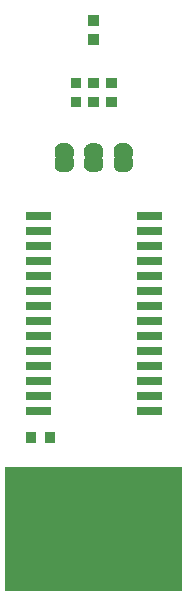
<source format=gbs>
G04 #@! TF.GenerationSoftware,KiCad,Pcbnew,(5.0.2)-1*
G04 #@! TF.CreationDate,2020-04-04T16:59:22+09:00*
G04 #@! TF.ProjectId,Tree,54726565-2e6b-4696-9361-645f70636258,rev?*
G04 #@! TF.SameCoordinates,Original*
G04 #@! TF.FileFunction,Soldermask,Bot*
G04 #@! TF.FilePolarity,Negative*
%FSLAX46Y46*%
G04 Gerber Fmt 4.6, Leading zero omitted, Abs format (unit mm)*
G04 Created by KiCad (PCBNEW (5.0.2)-1) date 2020/04/04 16:59:22*
%MOMM*%
%LPD*%
G01*
G04 APERTURE LIST*
%ADD10C,0.100000*%
G04 APERTURE END LIST*
D10*
G36*
X137500000Y-155000000D02*
X122500000Y-155000000D01*
X122500000Y-144500000D01*
X137500000Y-144500000D01*
X137500000Y-155000000D01*
X137500000Y-155000000D01*
G37*
G36*
X126751000Y-142451000D02*
X125849000Y-142451000D01*
X125849000Y-141549000D01*
X126751000Y-141549000D01*
X126751000Y-142451000D01*
X126751000Y-142451000D01*
G37*
G36*
X125151000Y-142451000D02*
X124249000Y-142451000D01*
X124249000Y-141549000D01*
X125151000Y-141549000D01*
X125151000Y-142451000D01*
X125151000Y-142451000D01*
G37*
G36*
X135751000Y-140106000D02*
X133649000Y-140106000D01*
X133649000Y-139404000D01*
X135751000Y-139404000D01*
X135751000Y-140106000D01*
X135751000Y-140106000D01*
G37*
G36*
X126351000Y-140106000D02*
X124249000Y-140106000D01*
X124249000Y-139404000D01*
X126351000Y-139404000D01*
X126351000Y-140106000D01*
X126351000Y-140106000D01*
G37*
G36*
X135751000Y-138836000D02*
X133649000Y-138836000D01*
X133649000Y-138134000D01*
X135751000Y-138134000D01*
X135751000Y-138836000D01*
X135751000Y-138836000D01*
G37*
G36*
X126351000Y-138836000D02*
X124249000Y-138836000D01*
X124249000Y-138134000D01*
X126351000Y-138134000D01*
X126351000Y-138836000D01*
X126351000Y-138836000D01*
G37*
G36*
X126351000Y-137566000D02*
X124249000Y-137566000D01*
X124249000Y-136864000D01*
X126351000Y-136864000D01*
X126351000Y-137566000D01*
X126351000Y-137566000D01*
G37*
G36*
X135751000Y-137566000D02*
X133649000Y-137566000D01*
X133649000Y-136864000D01*
X135751000Y-136864000D01*
X135751000Y-137566000D01*
X135751000Y-137566000D01*
G37*
G36*
X135751000Y-136296000D02*
X133649000Y-136296000D01*
X133649000Y-135594000D01*
X135751000Y-135594000D01*
X135751000Y-136296000D01*
X135751000Y-136296000D01*
G37*
G36*
X126351000Y-136296000D02*
X124249000Y-136296000D01*
X124249000Y-135594000D01*
X126351000Y-135594000D01*
X126351000Y-136296000D01*
X126351000Y-136296000D01*
G37*
G36*
X126351000Y-135026000D02*
X124249000Y-135026000D01*
X124249000Y-134324000D01*
X126351000Y-134324000D01*
X126351000Y-135026000D01*
X126351000Y-135026000D01*
G37*
G36*
X135751000Y-135026000D02*
X133649000Y-135026000D01*
X133649000Y-134324000D01*
X135751000Y-134324000D01*
X135751000Y-135026000D01*
X135751000Y-135026000D01*
G37*
G36*
X126351000Y-133756000D02*
X124249000Y-133756000D01*
X124249000Y-133054000D01*
X126351000Y-133054000D01*
X126351000Y-133756000D01*
X126351000Y-133756000D01*
G37*
G36*
X135751000Y-133756000D02*
X133649000Y-133756000D01*
X133649000Y-133054000D01*
X135751000Y-133054000D01*
X135751000Y-133756000D01*
X135751000Y-133756000D01*
G37*
G36*
X135751000Y-132486000D02*
X133649000Y-132486000D01*
X133649000Y-131784000D01*
X135751000Y-131784000D01*
X135751000Y-132486000D01*
X135751000Y-132486000D01*
G37*
G36*
X126351000Y-132486000D02*
X124249000Y-132486000D01*
X124249000Y-131784000D01*
X126351000Y-131784000D01*
X126351000Y-132486000D01*
X126351000Y-132486000D01*
G37*
G36*
X135751000Y-131216000D02*
X133649000Y-131216000D01*
X133649000Y-130514000D01*
X135751000Y-130514000D01*
X135751000Y-131216000D01*
X135751000Y-131216000D01*
G37*
G36*
X126351000Y-131216000D02*
X124249000Y-131216000D01*
X124249000Y-130514000D01*
X126351000Y-130514000D01*
X126351000Y-131216000D01*
X126351000Y-131216000D01*
G37*
G36*
X135751000Y-129946000D02*
X133649000Y-129946000D01*
X133649000Y-129244000D01*
X135751000Y-129244000D01*
X135751000Y-129946000D01*
X135751000Y-129946000D01*
G37*
G36*
X126351000Y-129946000D02*
X124249000Y-129946000D01*
X124249000Y-129244000D01*
X126351000Y-129244000D01*
X126351000Y-129946000D01*
X126351000Y-129946000D01*
G37*
G36*
X135751000Y-128676000D02*
X133649000Y-128676000D01*
X133649000Y-127974000D01*
X135751000Y-127974000D01*
X135751000Y-128676000D01*
X135751000Y-128676000D01*
G37*
G36*
X126351000Y-128676000D02*
X124249000Y-128676000D01*
X124249000Y-127974000D01*
X126351000Y-127974000D01*
X126351000Y-128676000D01*
X126351000Y-128676000D01*
G37*
G36*
X135751000Y-127406000D02*
X133649000Y-127406000D01*
X133649000Y-126704000D01*
X135751000Y-126704000D01*
X135751000Y-127406000D01*
X135751000Y-127406000D01*
G37*
G36*
X126351000Y-127406000D02*
X124249000Y-127406000D01*
X124249000Y-126704000D01*
X126351000Y-126704000D01*
X126351000Y-127406000D01*
X126351000Y-127406000D01*
G37*
G36*
X135751000Y-126136000D02*
X133649000Y-126136000D01*
X133649000Y-125434000D01*
X135751000Y-125434000D01*
X135751000Y-126136000D01*
X135751000Y-126136000D01*
G37*
G36*
X126351000Y-126136000D02*
X124249000Y-126136000D01*
X124249000Y-125434000D01*
X126351000Y-125434000D01*
X126351000Y-126136000D01*
X126351000Y-126136000D01*
G37*
G36*
X126351000Y-124866000D02*
X124249000Y-124866000D01*
X124249000Y-124164000D01*
X126351000Y-124164000D01*
X126351000Y-124866000D01*
X126351000Y-124866000D01*
G37*
G36*
X135751000Y-124866000D02*
X133649000Y-124866000D01*
X133649000Y-124164000D01*
X135751000Y-124164000D01*
X135751000Y-124866000D01*
X135751000Y-124866000D01*
G37*
G36*
X126351000Y-123596000D02*
X124249000Y-123596000D01*
X124249000Y-122894000D01*
X126351000Y-122894000D01*
X126351000Y-123596000D01*
X126351000Y-123596000D01*
G37*
G36*
X135751000Y-123596000D02*
X133649000Y-123596000D01*
X133649000Y-122894000D01*
X135751000Y-122894000D01*
X135751000Y-123596000D01*
X135751000Y-123596000D01*
G37*
G36*
X132762198Y-117099954D02*
X132774450Y-117100556D01*
X132792869Y-117100556D01*
X132815149Y-117102750D01*
X132899236Y-117119476D01*
X132920655Y-117125974D01*
X132999871Y-117158785D01*
X133019607Y-117169335D01*
X133090897Y-117216969D01*
X133108208Y-117231176D01*
X133168824Y-117291792D01*
X133183031Y-117309103D01*
X133230665Y-117380393D01*
X133241215Y-117400129D01*
X133274026Y-117479345D01*
X133280524Y-117500764D01*
X133297250Y-117584851D01*
X133299444Y-117607131D01*
X133299444Y-117625550D01*
X133300046Y-117637802D01*
X133301852Y-117656140D01*
X133301852Y-118143860D01*
X133300263Y-118159999D01*
X133297347Y-118169611D01*
X133292612Y-118178469D01*
X133286237Y-118186237D01*
X133273798Y-118196446D01*
X133263432Y-118203372D01*
X133246105Y-118220698D01*
X133232490Y-118241073D01*
X133223112Y-118263711D01*
X133218331Y-118287745D01*
X133218331Y-118312249D01*
X133223111Y-118336283D01*
X133232487Y-118358922D01*
X133246101Y-118379297D01*
X133263427Y-118396624D01*
X133273796Y-118403552D01*
X133286237Y-118413763D01*
X133292612Y-118421531D01*
X133297347Y-118430389D01*
X133300263Y-118440001D01*
X133301852Y-118456140D01*
X133301852Y-118943861D01*
X133300046Y-118962198D01*
X133299444Y-118974450D01*
X133299444Y-118992869D01*
X133297250Y-119015149D01*
X133280524Y-119099236D01*
X133274026Y-119120655D01*
X133241215Y-119199871D01*
X133230665Y-119219607D01*
X133183031Y-119290897D01*
X133168824Y-119308208D01*
X133108208Y-119368824D01*
X133090897Y-119383031D01*
X133019607Y-119430665D01*
X132999871Y-119441215D01*
X132920655Y-119474026D01*
X132899236Y-119480524D01*
X132815149Y-119497250D01*
X132792869Y-119499444D01*
X132774450Y-119499444D01*
X132762198Y-119500046D01*
X132743861Y-119501852D01*
X132256139Y-119501852D01*
X132237802Y-119500046D01*
X132225550Y-119499444D01*
X132207131Y-119499444D01*
X132184851Y-119497250D01*
X132100764Y-119480524D01*
X132079345Y-119474026D01*
X132000129Y-119441215D01*
X131980393Y-119430665D01*
X131909103Y-119383031D01*
X131891792Y-119368824D01*
X131831176Y-119308208D01*
X131816969Y-119290897D01*
X131769335Y-119219607D01*
X131758785Y-119199871D01*
X131725974Y-119120655D01*
X131719476Y-119099236D01*
X131702750Y-119015149D01*
X131700556Y-118992869D01*
X131700556Y-118974450D01*
X131699954Y-118962198D01*
X131698148Y-118943861D01*
X131698148Y-118456140D01*
X131699737Y-118440001D01*
X131702653Y-118430389D01*
X131707388Y-118421531D01*
X131713763Y-118413763D01*
X131726202Y-118403554D01*
X131736568Y-118396628D01*
X131753895Y-118379302D01*
X131767510Y-118358927D01*
X131776888Y-118336289D01*
X131781669Y-118312255D01*
X131781669Y-118287751D01*
X131776889Y-118263717D01*
X131767513Y-118241078D01*
X131753899Y-118220703D01*
X131736573Y-118203376D01*
X131726204Y-118196448D01*
X131713763Y-118186237D01*
X131707388Y-118178469D01*
X131702653Y-118169611D01*
X131699737Y-118159999D01*
X131698148Y-118143860D01*
X131698148Y-117656140D01*
X131699954Y-117637802D01*
X131700556Y-117625550D01*
X131700556Y-117607131D01*
X131702750Y-117584851D01*
X131719476Y-117500764D01*
X131725974Y-117479345D01*
X131758785Y-117400129D01*
X131769335Y-117380393D01*
X131816969Y-117309103D01*
X131831176Y-117291792D01*
X131891792Y-117231176D01*
X131909103Y-117216969D01*
X131980393Y-117169335D01*
X132000129Y-117158785D01*
X132079345Y-117125974D01*
X132100764Y-117119476D01*
X132184851Y-117102750D01*
X132207131Y-117100556D01*
X132225550Y-117100556D01*
X132237802Y-117099954D01*
X132256140Y-117098148D01*
X132743860Y-117098148D01*
X132762198Y-117099954D01*
X132762198Y-117099954D01*
G37*
G36*
X127762198Y-117099954D02*
X127774450Y-117100556D01*
X127792869Y-117100556D01*
X127815149Y-117102750D01*
X127899236Y-117119476D01*
X127920655Y-117125974D01*
X127999871Y-117158785D01*
X128019607Y-117169335D01*
X128090897Y-117216969D01*
X128108208Y-117231176D01*
X128168824Y-117291792D01*
X128183031Y-117309103D01*
X128230665Y-117380393D01*
X128241215Y-117400129D01*
X128274026Y-117479345D01*
X128280524Y-117500764D01*
X128297250Y-117584851D01*
X128299444Y-117607131D01*
X128299444Y-117625550D01*
X128300046Y-117637802D01*
X128301852Y-117656140D01*
X128301852Y-118143860D01*
X128300263Y-118159999D01*
X128297347Y-118169611D01*
X128292612Y-118178469D01*
X128286237Y-118186237D01*
X128273798Y-118196446D01*
X128263432Y-118203372D01*
X128246105Y-118220698D01*
X128232490Y-118241073D01*
X128223112Y-118263711D01*
X128218331Y-118287745D01*
X128218331Y-118312249D01*
X128223111Y-118336283D01*
X128232487Y-118358922D01*
X128246101Y-118379297D01*
X128263427Y-118396624D01*
X128273796Y-118403552D01*
X128286237Y-118413763D01*
X128292612Y-118421531D01*
X128297347Y-118430389D01*
X128300263Y-118440001D01*
X128301852Y-118456140D01*
X128301852Y-118943861D01*
X128300046Y-118962198D01*
X128299444Y-118974450D01*
X128299444Y-118992869D01*
X128297250Y-119015149D01*
X128280524Y-119099236D01*
X128274026Y-119120655D01*
X128241215Y-119199871D01*
X128230665Y-119219607D01*
X128183031Y-119290897D01*
X128168824Y-119308208D01*
X128108208Y-119368824D01*
X128090897Y-119383031D01*
X128019607Y-119430665D01*
X127999871Y-119441215D01*
X127920655Y-119474026D01*
X127899236Y-119480524D01*
X127815149Y-119497250D01*
X127792869Y-119499444D01*
X127774450Y-119499444D01*
X127762198Y-119500046D01*
X127743861Y-119501852D01*
X127256139Y-119501852D01*
X127237802Y-119500046D01*
X127225550Y-119499444D01*
X127207131Y-119499444D01*
X127184851Y-119497250D01*
X127100764Y-119480524D01*
X127079345Y-119474026D01*
X127000129Y-119441215D01*
X126980393Y-119430665D01*
X126909103Y-119383031D01*
X126891792Y-119368824D01*
X126831176Y-119308208D01*
X126816969Y-119290897D01*
X126769335Y-119219607D01*
X126758785Y-119199871D01*
X126725974Y-119120655D01*
X126719476Y-119099236D01*
X126702750Y-119015149D01*
X126700556Y-118992869D01*
X126700556Y-118974450D01*
X126699954Y-118962198D01*
X126698148Y-118943861D01*
X126698148Y-118456140D01*
X126699737Y-118440001D01*
X126702653Y-118430389D01*
X126707388Y-118421531D01*
X126713763Y-118413763D01*
X126726202Y-118403554D01*
X126736568Y-118396628D01*
X126753895Y-118379302D01*
X126767510Y-118358927D01*
X126776888Y-118336289D01*
X126781669Y-118312255D01*
X126781669Y-118287751D01*
X126776889Y-118263717D01*
X126767513Y-118241078D01*
X126753899Y-118220703D01*
X126736573Y-118203376D01*
X126726204Y-118196448D01*
X126713763Y-118186237D01*
X126707388Y-118178469D01*
X126702653Y-118169611D01*
X126699737Y-118159999D01*
X126698148Y-118143860D01*
X126698148Y-117656140D01*
X126699954Y-117637802D01*
X126700556Y-117625550D01*
X126700556Y-117607131D01*
X126702750Y-117584851D01*
X126719476Y-117500764D01*
X126725974Y-117479345D01*
X126758785Y-117400129D01*
X126769335Y-117380393D01*
X126816969Y-117309103D01*
X126831176Y-117291792D01*
X126891792Y-117231176D01*
X126909103Y-117216969D01*
X126980393Y-117169335D01*
X127000129Y-117158785D01*
X127079345Y-117125974D01*
X127100764Y-117119476D01*
X127184851Y-117102750D01*
X127207131Y-117100556D01*
X127225550Y-117100556D01*
X127237802Y-117099954D01*
X127256140Y-117098148D01*
X127743860Y-117098148D01*
X127762198Y-117099954D01*
X127762198Y-117099954D01*
G37*
G36*
X130262198Y-117099954D02*
X130274450Y-117100556D01*
X130292869Y-117100556D01*
X130315149Y-117102750D01*
X130399236Y-117119476D01*
X130420655Y-117125974D01*
X130499871Y-117158785D01*
X130519607Y-117169335D01*
X130590897Y-117216969D01*
X130608208Y-117231176D01*
X130668824Y-117291792D01*
X130683031Y-117309103D01*
X130730665Y-117380393D01*
X130741215Y-117400129D01*
X130774026Y-117479345D01*
X130780524Y-117500764D01*
X130797250Y-117584851D01*
X130799444Y-117607131D01*
X130799444Y-117625550D01*
X130800046Y-117637802D01*
X130801852Y-117656140D01*
X130801852Y-118143860D01*
X130800263Y-118159999D01*
X130797347Y-118169611D01*
X130792612Y-118178469D01*
X130786237Y-118186237D01*
X130773798Y-118196446D01*
X130763432Y-118203372D01*
X130746105Y-118220698D01*
X130732490Y-118241073D01*
X130723112Y-118263711D01*
X130718331Y-118287745D01*
X130718331Y-118312249D01*
X130723111Y-118336283D01*
X130732487Y-118358922D01*
X130746101Y-118379297D01*
X130763427Y-118396624D01*
X130773796Y-118403552D01*
X130786237Y-118413763D01*
X130792612Y-118421531D01*
X130797347Y-118430389D01*
X130800263Y-118440001D01*
X130801852Y-118456140D01*
X130801852Y-118943861D01*
X130800046Y-118962198D01*
X130799444Y-118974450D01*
X130799444Y-118992869D01*
X130797250Y-119015149D01*
X130780524Y-119099236D01*
X130774026Y-119120655D01*
X130741215Y-119199871D01*
X130730665Y-119219607D01*
X130683031Y-119290897D01*
X130668824Y-119308208D01*
X130608208Y-119368824D01*
X130590897Y-119383031D01*
X130519607Y-119430665D01*
X130499871Y-119441215D01*
X130420655Y-119474026D01*
X130399236Y-119480524D01*
X130315149Y-119497250D01*
X130292869Y-119499444D01*
X130274450Y-119499444D01*
X130262198Y-119500046D01*
X130243861Y-119501852D01*
X129756139Y-119501852D01*
X129737802Y-119500046D01*
X129725550Y-119499444D01*
X129707131Y-119499444D01*
X129684851Y-119497250D01*
X129600764Y-119480524D01*
X129579345Y-119474026D01*
X129500129Y-119441215D01*
X129480393Y-119430665D01*
X129409103Y-119383031D01*
X129391792Y-119368824D01*
X129331176Y-119308208D01*
X129316969Y-119290897D01*
X129269335Y-119219607D01*
X129258785Y-119199871D01*
X129225974Y-119120655D01*
X129219476Y-119099236D01*
X129202750Y-119015149D01*
X129200556Y-118992869D01*
X129200556Y-118974450D01*
X129199954Y-118962198D01*
X129198148Y-118943861D01*
X129198148Y-118456140D01*
X129199737Y-118440001D01*
X129202653Y-118430389D01*
X129207388Y-118421531D01*
X129213763Y-118413763D01*
X129226202Y-118403554D01*
X129236568Y-118396628D01*
X129253895Y-118379302D01*
X129267510Y-118358927D01*
X129276888Y-118336289D01*
X129281669Y-118312255D01*
X129281669Y-118287751D01*
X129276889Y-118263717D01*
X129267513Y-118241078D01*
X129253899Y-118220703D01*
X129236573Y-118203376D01*
X129226204Y-118196448D01*
X129213763Y-118186237D01*
X129207388Y-118178469D01*
X129202653Y-118169611D01*
X129199737Y-118159999D01*
X129198148Y-118143860D01*
X129198148Y-117656140D01*
X129199954Y-117637802D01*
X129200556Y-117625550D01*
X129200556Y-117607131D01*
X129202750Y-117584851D01*
X129219476Y-117500764D01*
X129225974Y-117479345D01*
X129258785Y-117400129D01*
X129269335Y-117380393D01*
X129316969Y-117309103D01*
X129331176Y-117291792D01*
X129391792Y-117231176D01*
X129409103Y-117216969D01*
X129480393Y-117169335D01*
X129500129Y-117158785D01*
X129579345Y-117125974D01*
X129600764Y-117119476D01*
X129684851Y-117102750D01*
X129707131Y-117100556D01*
X129725550Y-117100556D01*
X129737802Y-117099954D01*
X129756140Y-117098148D01*
X130243860Y-117098148D01*
X130262198Y-117099954D01*
X130262198Y-117099954D01*
G37*
G36*
X128951000Y-114051000D02*
X128049000Y-114051000D01*
X128049000Y-113149000D01*
X128951000Y-113149000D01*
X128951000Y-114051000D01*
X128951000Y-114051000D01*
G37*
G36*
X131951000Y-114051000D02*
X131049000Y-114051000D01*
X131049000Y-113149000D01*
X131951000Y-113149000D01*
X131951000Y-114051000D01*
X131951000Y-114051000D01*
G37*
G36*
X130451000Y-114051000D02*
X129549000Y-114051000D01*
X129549000Y-113149000D01*
X130451000Y-113149000D01*
X130451000Y-114051000D01*
X130451000Y-114051000D01*
G37*
G36*
X131951000Y-112451000D02*
X131049000Y-112451000D01*
X131049000Y-111549000D01*
X131951000Y-111549000D01*
X131951000Y-112451000D01*
X131951000Y-112451000D01*
G37*
G36*
X130451000Y-112451000D02*
X129549000Y-112451000D01*
X129549000Y-111549000D01*
X130451000Y-111549000D01*
X130451000Y-112451000D01*
X130451000Y-112451000D01*
G37*
G36*
X128951000Y-112451000D02*
X128049000Y-112451000D01*
X128049000Y-111549000D01*
X128951000Y-111549000D01*
X128951000Y-112451000D01*
X128951000Y-112451000D01*
G37*
G36*
X130451000Y-108751000D02*
X129549000Y-108751000D01*
X129549000Y-107849000D01*
X130451000Y-107849000D01*
X130451000Y-108751000D01*
X130451000Y-108751000D01*
G37*
G36*
X130451000Y-107151000D02*
X129549000Y-107151000D01*
X129549000Y-106249000D01*
X130451000Y-106249000D01*
X130451000Y-107151000D01*
X130451000Y-107151000D01*
G37*
M02*

</source>
